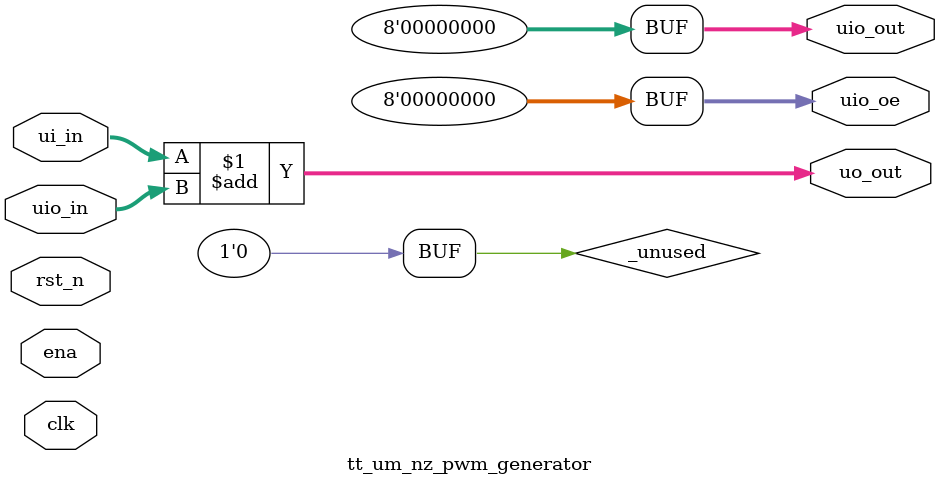
<source format=v>
/*
 * Copyright (c) 2024 Your Name
 * SPDX-License-Identifier: Apache-2.0
 */

`default_nettype none

module tt_um_nz_pwm_generator (
    input  wire [7:0] ui_in,    // Dedicated inputs
    output wire [7:0] uo_out,   // Dedicated outputs
    input  wire [7:0] uio_in,   // IOs: Input path
    output wire [7:0] uio_out,  // IOs: Output path
    output wire [7:0] uio_oe,   // IOs: Enable path (active high: 0=input, 1=output)
    input  wire       ena,      // always 1 when the design is powered, so you can ignore it
    input  wire       clk,      // clock
    input  wire       rst_n     // reset_n - low to reset
);

  // All output pins must be assigned. If not used, assign to 0.
  assign uo_out  = ui_in + uio_in;  // Example: ou_out is the sum of ui_in and uio_in
  assign uio_out = 0;
  assign uio_oe  = 0;

  // List all unused inputs to prevent warnings
  wire _unused = &{ena, clk, rst_n, 1'b0};

endmodule

</source>
